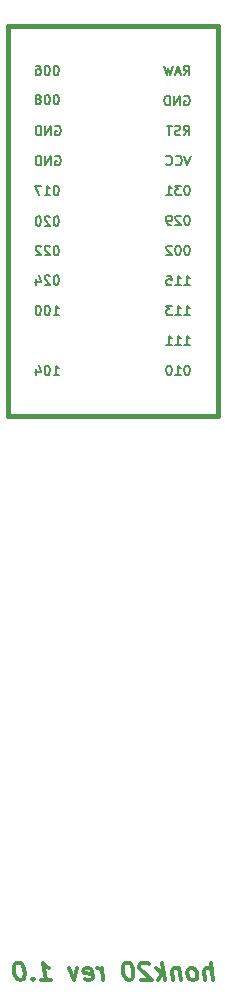
<source format=gbo>
G04 #@! TF.GenerationSoftware,KiCad,Pcbnew,(5.1.4)-1*
G04 #@! TF.CreationDate,2023-04-29T19:21:49-04:00*
G04 #@! TF.ProjectId,Rev 1,52657620-312e-46b6-9963-61645f706362,rev?*
G04 #@! TF.SameCoordinates,Original*
G04 #@! TF.FileFunction,Legend,Bot*
G04 #@! TF.FilePolarity,Positive*
%FSLAX46Y46*%
G04 Gerber Fmt 4.6, Leading zero omitted, Abs format (unit mm)*
G04 Created by KiCad (PCBNEW (5.1.4)-1) date 2023-04-29 19:21:49*
%MOMM*%
%LPD*%
G04 APERTURE LIST*
%ADD10C,0.300000*%
%ADD11C,0.381000*%
%ADD12C,0.150000*%
G04 APERTURE END LIST*
D10*
X126746250Y-111803571D02*
X126558750Y-110303571D01*
X126103392Y-111803571D02*
X126005178Y-111017857D01*
X126058750Y-110875000D01*
X126192678Y-110803571D01*
X126406964Y-110803571D01*
X126558750Y-110875000D01*
X126639107Y-110946428D01*
X125174821Y-111803571D02*
X125308750Y-111732142D01*
X125371250Y-111660714D01*
X125424821Y-111517857D01*
X125371250Y-111089285D01*
X125281964Y-110946428D01*
X125201607Y-110875000D01*
X125049821Y-110803571D01*
X124835535Y-110803571D01*
X124701607Y-110875000D01*
X124639107Y-110946428D01*
X124585535Y-111089285D01*
X124639107Y-111517857D01*
X124728392Y-111660714D01*
X124808750Y-111732142D01*
X124960535Y-111803571D01*
X125174821Y-111803571D01*
X123906964Y-110803571D02*
X124031964Y-111803571D01*
X123924821Y-110946428D02*
X123844464Y-110875000D01*
X123692678Y-110803571D01*
X123478392Y-110803571D01*
X123344464Y-110875000D01*
X123290892Y-111017857D01*
X123389107Y-111803571D01*
X122674821Y-111803571D02*
X122487321Y-110303571D01*
X122460535Y-111232142D02*
X122103392Y-111803571D01*
X121978392Y-110803571D02*
X122621250Y-111375000D01*
X121362321Y-110446428D02*
X121281964Y-110375000D01*
X121130178Y-110303571D01*
X120773035Y-110303571D01*
X120639107Y-110375000D01*
X120576607Y-110446428D01*
X120523035Y-110589285D01*
X120540892Y-110732142D01*
X120639107Y-110946428D01*
X121603392Y-111803571D01*
X120674821Y-111803571D01*
X119558750Y-110303571D02*
X119415892Y-110303571D01*
X119281964Y-110375000D01*
X119219464Y-110446428D01*
X119165892Y-110589285D01*
X119130178Y-110875000D01*
X119174821Y-111232142D01*
X119281964Y-111517857D01*
X119371250Y-111660714D01*
X119451607Y-111732142D01*
X119603392Y-111803571D01*
X119746250Y-111803571D01*
X119880178Y-111732142D01*
X119942678Y-111660714D01*
X119996250Y-111517857D01*
X120031964Y-111232142D01*
X119987321Y-110875000D01*
X119880178Y-110589285D01*
X119790892Y-110446428D01*
X119710535Y-110375000D01*
X119558750Y-110303571D01*
X117460535Y-111803571D02*
X117335535Y-110803571D01*
X117371250Y-111089285D02*
X117281964Y-110946428D01*
X117201607Y-110875000D01*
X117049821Y-110803571D01*
X116906964Y-110803571D01*
X115951607Y-111732142D02*
X116103392Y-111803571D01*
X116389107Y-111803571D01*
X116523035Y-111732142D01*
X116576607Y-111589285D01*
X116505178Y-111017857D01*
X116415892Y-110875000D01*
X116264107Y-110803571D01*
X115978392Y-110803571D01*
X115844464Y-110875000D01*
X115790892Y-111017857D01*
X115808750Y-111160714D01*
X116540892Y-111303571D01*
X115264107Y-110803571D02*
X115031964Y-111803571D01*
X114549821Y-110803571D01*
X112174821Y-111803571D02*
X113031964Y-111803571D01*
X112603392Y-111803571D02*
X112415892Y-110303571D01*
X112585535Y-110517857D01*
X112746250Y-110660714D01*
X112898035Y-110732142D01*
X111514107Y-111660714D02*
X111451607Y-111732142D01*
X111531964Y-111803571D01*
X111594464Y-111732142D01*
X111514107Y-111660714D01*
X111531964Y-111803571D01*
X110344464Y-110303571D02*
X110201607Y-110303571D01*
X110067678Y-110375000D01*
X110005178Y-110446428D01*
X109951607Y-110589285D01*
X109915892Y-110875000D01*
X109960535Y-111232142D01*
X110067678Y-111517857D01*
X110156964Y-111660714D01*
X110237321Y-111732142D01*
X110389107Y-111803571D01*
X110531964Y-111803571D01*
X110665892Y-111732142D01*
X110728392Y-111660714D01*
X110781964Y-111517857D01*
X110817678Y-111232142D01*
X110773035Y-110875000D01*
X110665892Y-110589285D01*
X110576607Y-110446428D01*
X110496250Y-110375000D01*
X110344464Y-110303571D01*
D11*
X127158750Y-64008000D02*
X127158750Y-30988000D01*
X109378750Y-64008000D02*
X127158750Y-64008000D01*
X109378750Y-30988000D02*
X109378750Y-64008000D01*
X127158750Y-30988000D02*
X109378750Y-30988000D01*
D12*
X124294845Y-40239904D02*
X124561511Y-39858952D01*
X124751988Y-40239904D02*
X124751988Y-39439904D01*
X124447226Y-39439904D01*
X124371035Y-39478000D01*
X124332940Y-39516095D01*
X124294845Y-39592285D01*
X124294845Y-39706571D01*
X124332940Y-39782761D01*
X124371035Y-39820857D01*
X124447226Y-39858952D01*
X124751988Y-39858952D01*
X123990083Y-40201809D02*
X123875797Y-40239904D01*
X123685321Y-40239904D01*
X123609130Y-40201809D01*
X123571035Y-40163714D01*
X123532940Y-40087523D01*
X123532940Y-40011333D01*
X123571035Y-39935142D01*
X123609130Y-39897047D01*
X123685321Y-39858952D01*
X123837702Y-39820857D01*
X123913892Y-39782761D01*
X123951988Y-39744666D01*
X123990083Y-39668476D01*
X123990083Y-39592285D01*
X123951988Y-39516095D01*
X123913892Y-39478000D01*
X123837702Y-39439904D01*
X123647226Y-39439904D01*
X123532940Y-39478000D01*
X123304369Y-39439904D02*
X122847226Y-39439904D01*
X123075797Y-40239904D02*
X123075797Y-39439904D01*
X113531560Y-34359904D02*
X113455369Y-34359904D01*
X113379179Y-34398000D01*
X113341083Y-34436095D01*
X113302988Y-34512285D01*
X113264893Y-34664666D01*
X113264893Y-34855142D01*
X113302988Y-35007523D01*
X113341083Y-35083714D01*
X113379179Y-35121809D01*
X113455369Y-35159904D01*
X113531560Y-35159904D01*
X113607750Y-35121809D01*
X113645845Y-35083714D01*
X113683940Y-35007523D01*
X113722036Y-34855142D01*
X113722036Y-34664666D01*
X113683940Y-34512285D01*
X113645845Y-34436095D01*
X113607750Y-34398000D01*
X113531560Y-34359904D01*
X112769655Y-34359904D02*
X112693464Y-34359904D01*
X112617274Y-34398000D01*
X112579179Y-34436095D01*
X112541083Y-34512285D01*
X112502988Y-34664666D01*
X112502988Y-34855142D01*
X112541083Y-35007523D01*
X112579179Y-35083714D01*
X112617274Y-35121809D01*
X112693464Y-35159904D01*
X112769655Y-35159904D01*
X112845845Y-35121809D01*
X112883940Y-35083714D01*
X112922036Y-35007523D01*
X112960131Y-34855142D01*
X112960131Y-34664666D01*
X112922036Y-34512285D01*
X112883940Y-34436095D01*
X112845845Y-34398000D01*
X112769655Y-34359904D01*
X111817274Y-34359904D02*
X111969655Y-34359904D01*
X112045845Y-34398000D01*
X112083940Y-34436095D01*
X112160131Y-34550380D01*
X112198226Y-34702761D01*
X112198226Y-35007523D01*
X112160131Y-35083714D01*
X112122036Y-35121809D01*
X112045845Y-35159904D01*
X111893464Y-35159904D01*
X111817274Y-35121809D01*
X111779179Y-35083714D01*
X111741083Y-35007523D01*
X111741083Y-34817047D01*
X111779179Y-34740857D01*
X111817274Y-34702761D01*
X111893464Y-34664666D01*
X112045845Y-34664666D01*
X112122036Y-34702761D01*
X112160131Y-34740857D01*
X112198226Y-34817047D01*
X124605941Y-59759904D02*
X124529750Y-59759904D01*
X124453560Y-59798000D01*
X124415464Y-59836095D01*
X124377369Y-59912285D01*
X124339274Y-60064666D01*
X124339274Y-60255142D01*
X124377369Y-60407523D01*
X124415464Y-60483714D01*
X124453560Y-60521809D01*
X124529750Y-60559904D01*
X124605941Y-60559904D01*
X124682131Y-60521809D01*
X124720226Y-60483714D01*
X124758321Y-60407523D01*
X124796417Y-60255142D01*
X124796417Y-60064666D01*
X124758321Y-59912285D01*
X124720226Y-59836095D01*
X124682131Y-59798000D01*
X124605941Y-59759904D01*
X123577369Y-60559904D02*
X124034512Y-60559904D01*
X123805941Y-60559904D02*
X123805941Y-59759904D01*
X123882131Y-59874190D01*
X123958321Y-59950380D01*
X124034512Y-59988476D01*
X123082131Y-59759904D02*
X123005941Y-59759904D01*
X122929750Y-59798000D01*
X122891655Y-59836095D01*
X122853560Y-59912285D01*
X122815464Y-60064666D01*
X122815464Y-60255142D01*
X122853560Y-60407523D01*
X122891655Y-60483714D01*
X122929750Y-60521809D01*
X123005941Y-60559904D01*
X123082131Y-60559904D01*
X123158321Y-60521809D01*
X123196417Y-60483714D01*
X123234512Y-60407523D01*
X123272607Y-60255142D01*
X123272607Y-60064666D01*
X123234512Y-59912285D01*
X123196417Y-59836095D01*
X123158321Y-59798000D01*
X123082131Y-59759904D01*
X124339274Y-52939904D02*
X124796417Y-52939904D01*
X124567845Y-52939904D02*
X124567845Y-52139904D01*
X124644036Y-52254190D01*
X124720226Y-52330380D01*
X124796417Y-52368476D01*
X123577369Y-52939904D02*
X124034512Y-52939904D01*
X123805941Y-52939904D02*
X123805941Y-52139904D01*
X123882131Y-52254190D01*
X123958321Y-52330380D01*
X124034512Y-52368476D01*
X122853560Y-52139904D02*
X123234512Y-52139904D01*
X123272607Y-52520857D01*
X123234512Y-52482761D01*
X123158321Y-52444666D01*
X122967845Y-52444666D01*
X122891655Y-52482761D01*
X122853560Y-52520857D01*
X122815464Y-52597047D01*
X122815464Y-52787523D01*
X122853560Y-52863714D01*
X122891655Y-52901809D01*
X122967845Y-52939904D01*
X123158321Y-52939904D01*
X123234512Y-52901809D01*
X123272607Y-52863714D01*
X124605941Y-49599904D02*
X124529750Y-49599904D01*
X124453560Y-49638000D01*
X124415464Y-49676095D01*
X124377369Y-49752285D01*
X124339274Y-49904666D01*
X124339274Y-50095142D01*
X124377369Y-50247523D01*
X124415464Y-50323714D01*
X124453560Y-50361809D01*
X124529750Y-50399904D01*
X124605941Y-50399904D01*
X124682131Y-50361809D01*
X124720226Y-50323714D01*
X124758321Y-50247523D01*
X124796417Y-50095142D01*
X124796417Y-49904666D01*
X124758321Y-49752285D01*
X124720226Y-49676095D01*
X124682131Y-49638000D01*
X124605941Y-49599904D01*
X123844036Y-49599904D02*
X123767845Y-49599904D01*
X123691655Y-49638000D01*
X123653560Y-49676095D01*
X123615464Y-49752285D01*
X123577369Y-49904666D01*
X123577369Y-50095142D01*
X123615464Y-50247523D01*
X123653560Y-50323714D01*
X123691655Y-50361809D01*
X123767845Y-50399904D01*
X123844036Y-50399904D01*
X123920226Y-50361809D01*
X123958321Y-50323714D01*
X123996417Y-50247523D01*
X124034512Y-50095142D01*
X124034512Y-49904666D01*
X123996417Y-49752285D01*
X123958321Y-49676095D01*
X123920226Y-49638000D01*
X123844036Y-49599904D01*
X123272607Y-49676095D02*
X123234512Y-49638000D01*
X123158321Y-49599904D01*
X122967845Y-49599904D01*
X122891655Y-49638000D01*
X122853560Y-49676095D01*
X122815464Y-49752285D01*
X122815464Y-49828476D01*
X122853560Y-49942761D01*
X123310702Y-50399904D01*
X122815464Y-50399904D01*
X124605941Y-47059904D02*
X124529750Y-47059904D01*
X124453560Y-47098000D01*
X124415464Y-47136095D01*
X124377369Y-47212285D01*
X124339274Y-47364666D01*
X124339274Y-47555142D01*
X124377369Y-47707523D01*
X124415464Y-47783714D01*
X124453560Y-47821809D01*
X124529750Y-47859904D01*
X124605941Y-47859904D01*
X124682131Y-47821809D01*
X124720226Y-47783714D01*
X124758321Y-47707523D01*
X124796417Y-47555142D01*
X124796417Y-47364666D01*
X124758321Y-47212285D01*
X124720226Y-47136095D01*
X124682131Y-47098000D01*
X124605941Y-47059904D01*
X124034512Y-47136095D02*
X123996417Y-47098000D01*
X123920226Y-47059904D01*
X123729750Y-47059904D01*
X123653560Y-47098000D01*
X123615464Y-47136095D01*
X123577369Y-47212285D01*
X123577369Y-47288476D01*
X123615464Y-47402761D01*
X124072607Y-47859904D01*
X123577369Y-47859904D01*
X123196417Y-47859904D02*
X123044036Y-47859904D01*
X122967845Y-47821809D01*
X122929750Y-47783714D01*
X122853560Y-47669428D01*
X122815464Y-47517047D01*
X122815464Y-47212285D01*
X122853560Y-47136095D01*
X122891655Y-47098000D01*
X122967845Y-47059904D01*
X123120226Y-47059904D01*
X123196417Y-47098000D01*
X123234512Y-47136095D01*
X123272607Y-47212285D01*
X123272607Y-47402761D01*
X123234512Y-47478952D01*
X123196417Y-47517047D01*
X123120226Y-47555142D01*
X122967845Y-47555142D01*
X122891655Y-47517047D01*
X122853560Y-47478952D01*
X122815464Y-47402761D01*
X124294845Y-35159904D02*
X124561512Y-34778952D01*
X124751988Y-35159904D02*
X124751988Y-34359904D01*
X124447226Y-34359904D01*
X124371036Y-34398000D01*
X124332941Y-34436095D01*
X124294845Y-34512285D01*
X124294845Y-34626571D01*
X124332941Y-34702761D01*
X124371036Y-34740857D01*
X124447226Y-34778952D01*
X124751988Y-34778952D01*
X123990084Y-34931333D02*
X123609131Y-34931333D01*
X124066274Y-35159904D02*
X123799607Y-34359904D01*
X123532941Y-35159904D01*
X123342465Y-34359904D02*
X123151988Y-35159904D01*
X122999607Y-34588476D01*
X122847226Y-35159904D01*
X122656750Y-34359904D01*
X124332940Y-36938000D02*
X124409131Y-36899904D01*
X124523417Y-36899904D01*
X124637702Y-36938000D01*
X124713893Y-37014190D01*
X124751988Y-37090380D01*
X124790083Y-37242761D01*
X124790083Y-37357047D01*
X124751988Y-37509428D01*
X124713893Y-37585619D01*
X124637702Y-37661809D01*
X124523417Y-37699904D01*
X124447226Y-37699904D01*
X124332940Y-37661809D01*
X124294845Y-37623714D01*
X124294845Y-37357047D01*
X124447226Y-37357047D01*
X123951988Y-37699904D02*
X123951988Y-36899904D01*
X123494845Y-37699904D01*
X123494845Y-36899904D01*
X123113893Y-37699904D02*
X123113893Y-36899904D01*
X122923417Y-36899904D01*
X122809131Y-36938000D01*
X122732940Y-37014190D01*
X122694845Y-37090380D01*
X122656750Y-37242761D01*
X122656750Y-37357047D01*
X122694845Y-37509428D01*
X122732940Y-37585619D01*
X122809131Y-37661809D01*
X122923417Y-37699904D01*
X123113893Y-37699904D01*
X124872607Y-41979904D02*
X124605941Y-42779904D01*
X124339274Y-41979904D01*
X123615464Y-42703714D02*
X123653560Y-42741809D01*
X123767845Y-42779904D01*
X123844036Y-42779904D01*
X123958321Y-42741809D01*
X124034512Y-42665619D01*
X124072607Y-42589428D01*
X124110702Y-42437047D01*
X124110702Y-42322761D01*
X124072607Y-42170380D01*
X124034512Y-42094190D01*
X123958321Y-42018000D01*
X123844036Y-41979904D01*
X123767845Y-41979904D01*
X123653560Y-42018000D01*
X123615464Y-42056095D01*
X122815464Y-42703714D02*
X122853560Y-42741809D01*
X122967845Y-42779904D01*
X123044036Y-42779904D01*
X123158321Y-42741809D01*
X123234512Y-42665619D01*
X123272607Y-42589428D01*
X123310702Y-42437047D01*
X123310702Y-42322761D01*
X123272607Y-42170380D01*
X123234512Y-42094190D01*
X123158321Y-42018000D01*
X123044036Y-41979904D01*
X122967845Y-41979904D01*
X122853560Y-42018000D01*
X122815464Y-42056095D01*
X124605941Y-44519904D02*
X124529750Y-44519904D01*
X124453560Y-44558000D01*
X124415464Y-44596095D01*
X124377369Y-44672285D01*
X124339274Y-44824666D01*
X124339274Y-45015142D01*
X124377369Y-45167523D01*
X124415464Y-45243714D01*
X124453560Y-45281809D01*
X124529750Y-45319904D01*
X124605941Y-45319904D01*
X124682131Y-45281809D01*
X124720226Y-45243714D01*
X124758321Y-45167523D01*
X124796417Y-45015142D01*
X124796417Y-44824666D01*
X124758321Y-44672285D01*
X124720226Y-44596095D01*
X124682131Y-44558000D01*
X124605941Y-44519904D01*
X124072607Y-44519904D02*
X123577369Y-44519904D01*
X123844036Y-44824666D01*
X123729750Y-44824666D01*
X123653560Y-44862761D01*
X123615464Y-44900857D01*
X123577369Y-44977047D01*
X123577369Y-45167523D01*
X123615464Y-45243714D01*
X123653560Y-45281809D01*
X123729750Y-45319904D01*
X123958321Y-45319904D01*
X124034512Y-45281809D01*
X124072607Y-45243714D01*
X122815464Y-45319904D02*
X123272607Y-45319904D01*
X123044036Y-45319904D02*
X123044036Y-44519904D01*
X123120226Y-44634190D01*
X123196417Y-44710380D01*
X123272607Y-44748476D01*
X124339274Y-55479904D02*
X124796417Y-55479904D01*
X124567845Y-55479904D02*
X124567845Y-54679904D01*
X124644036Y-54794190D01*
X124720226Y-54870380D01*
X124796417Y-54908476D01*
X123577369Y-55479904D02*
X124034512Y-55479904D01*
X123805941Y-55479904D02*
X123805941Y-54679904D01*
X123882131Y-54794190D01*
X123958321Y-54870380D01*
X124034512Y-54908476D01*
X123310702Y-54679904D02*
X122815464Y-54679904D01*
X123082131Y-54984666D01*
X122967845Y-54984666D01*
X122891655Y-55022761D01*
X122853560Y-55060857D01*
X122815464Y-55137047D01*
X122815464Y-55327523D01*
X122853560Y-55403714D01*
X122891655Y-55441809D01*
X122967845Y-55479904D01*
X123196417Y-55479904D01*
X123272607Y-55441809D01*
X123310702Y-55403714D01*
X124339274Y-58019904D02*
X124796417Y-58019904D01*
X124567845Y-58019904D02*
X124567845Y-57219904D01*
X124644036Y-57334190D01*
X124720226Y-57410380D01*
X124796417Y-57448476D01*
X123577369Y-58019904D02*
X124034512Y-58019904D01*
X123805941Y-58019904D02*
X123805941Y-57219904D01*
X123882131Y-57334190D01*
X123958321Y-57410380D01*
X124034512Y-57448476D01*
X122815464Y-58019904D02*
X123272607Y-58019904D01*
X123044036Y-58019904D02*
X123044036Y-57219904D01*
X123120226Y-57334190D01*
X123196417Y-57410380D01*
X123272607Y-57448476D01*
X113264893Y-60559904D02*
X113722036Y-60559904D01*
X113493464Y-60559904D02*
X113493464Y-59759904D01*
X113569655Y-59874190D01*
X113645845Y-59950380D01*
X113722036Y-59988476D01*
X112769655Y-59759904D02*
X112693464Y-59759904D01*
X112617274Y-59798000D01*
X112579179Y-59836095D01*
X112541083Y-59912285D01*
X112502988Y-60064666D01*
X112502988Y-60255142D01*
X112541083Y-60407523D01*
X112579179Y-60483714D01*
X112617274Y-60521809D01*
X112693464Y-60559904D01*
X112769655Y-60559904D01*
X112845845Y-60521809D01*
X112883940Y-60483714D01*
X112922036Y-60407523D01*
X112960131Y-60255142D01*
X112960131Y-60064666D01*
X112922036Y-59912285D01*
X112883940Y-59836095D01*
X112845845Y-59798000D01*
X112769655Y-59759904D01*
X111817274Y-60026571D02*
X111817274Y-60559904D01*
X112007750Y-59721809D02*
X112198226Y-60293238D01*
X111702988Y-60293238D01*
X113264893Y-55479904D02*
X113722036Y-55479904D01*
X113493464Y-55479904D02*
X113493464Y-54679904D01*
X113569655Y-54794190D01*
X113645845Y-54870380D01*
X113722036Y-54908476D01*
X112769655Y-54679904D02*
X112693464Y-54679904D01*
X112617274Y-54718000D01*
X112579179Y-54756095D01*
X112541083Y-54832285D01*
X112502988Y-54984666D01*
X112502988Y-55175142D01*
X112541083Y-55327523D01*
X112579179Y-55403714D01*
X112617274Y-55441809D01*
X112693464Y-55479904D01*
X112769655Y-55479904D01*
X112845845Y-55441809D01*
X112883940Y-55403714D01*
X112922036Y-55327523D01*
X112960131Y-55175142D01*
X112960131Y-54984666D01*
X112922036Y-54832285D01*
X112883940Y-54756095D01*
X112845845Y-54718000D01*
X112769655Y-54679904D01*
X112007750Y-54679904D02*
X111931560Y-54679904D01*
X111855369Y-54718000D01*
X111817274Y-54756095D01*
X111779179Y-54832285D01*
X111741083Y-54984666D01*
X111741083Y-55175142D01*
X111779179Y-55327523D01*
X111817274Y-55403714D01*
X111855369Y-55441809D01*
X111931560Y-55479904D01*
X112007750Y-55479904D01*
X112083940Y-55441809D01*
X112122036Y-55403714D01*
X112160131Y-55327523D01*
X112198226Y-55175142D01*
X112198226Y-54984666D01*
X112160131Y-54832285D01*
X112122036Y-54756095D01*
X112083940Y-54718000D01*
X112007750Y-54679904D01*
X113531560Y-52129904D02*
X113455369Y-52129904D01*
X113379179Y-52168000D01*
X113341083Y-52206095D01*
X113302988Y-52282285D01*
X113264893Y-52434666D01*
X113264893Y-52625142D01*
X113302988Y-52777523D01*
X113341083Y-52853714D01*
X113379179Y-52891809D01*
X113455369Y-52929904D01*
X113531560Y-52929904D01*
X113607750Y-52891809D01*
X113645845Y-52853714D01*
X113683940Y-52777523D01*
X113722036Y-52625142D01*
X113722036Y-52434666D01*
X113683940Y-52282285D01*
X113645845Y-52206095D01*
X113607750Y-52168000D01*
X113531560Y-52129904D01*
X112960131Y-52206095D02*
X112922036Y-52168000D01*
X112845845Y-52129904D01*
X112655369Y-52129904D01*
X112579179Y-52168000D01*
X112541083Y-52206095D01*
X112502988Y-52282285D01*
X112502988Y-52358476D01*
X112541083Y-52472761D01*
X112998226Y-52929904D01*
X112502988Y-52929904D01*
X111817274Y-52396571D02*
X111817274Y-52929904D01*
X112007750Y-52091809D02*
X112198226Y-52663238D01*
X111702988Y-52663238D01*
X113531560Y-49629904D02*
X113455369Y-49629904D01*
X113379179Y-49668000D01*
X113341083Y-49706095D01*
X113302988Y-49782285D01*
X113264893Y-49934666D01*
X113264893Y-50125142D01*
X113302988Y-50277523D01*
X113341083Y-50353714D01*
X113379179Y-50391809D01*
X113455369Y-50429904D01*
X113531560Y-50429904D01*
X113607750Y-50391809D01*
X113645845Y-50353714D01*
X113683940Y-50277523D01*
X113722036Y-50125142D01*
X113722036Y-49934666D01*
X113683940Y-49782285D01*
X113645845Y-49706095D01*
X113607750Y-49668000D01*
X113531560Y-49629904D01*
X112960131Y-49706095D02*
X112922036Y-49668000D01*
X112845845Y-49629904D01*
X112655369Y-49629904D01*
X112579179Y-49668000D01*
X112541083Y-49706095D01*
X112502988Y-49782285D01*
X112502988Y-49858476D01*
X112541083Y-49972761D01*
X112998226Y-50429904D01*
X112502988Y-50429904D01*
X112198226Y-49706095D02*
X112160131Y-49668000D01*
X112083940Y-49629904D01*
X111893464Y-49629904D01*
X111817274Y-49668000D01*
X111779179Y-49706095D01*
X111741083Y-49782285D01*
X111741083Y-49858476D01*
X111779179Y-49972761D01*
X112236321Y-50429904D01*
X111741083Y-50429904D01*
X113417273Y-39478000D02*
X113493464Y-39439904D01*
X113607750Y-39439904D01*
X113722035Y-39478000D01*
X113798226Y-39554190D01*
X113836321Y-39630380D01*
X113874416Y-39782761D01*
X113874416Y-39897047D01*
X113836321Y-40049428D01*
X113798226Y-40125619D01*
X113722035Y-40201809D01*
X113607750Y-40239904D01*
X113531559Y-40239904D01*
X113417273Y-40201809D01*
X113379178Y-40163714D01*
X113379178Y-39897047D01*
X113531559Y-39897047D01*
X113036321Y-40239904D02*
X113036321Y-39439904D01*
X112579178Y-40239904D01*
X112579178Y-39439904D01*
X112198226Y-40239904D02*
X112198226Y-39439904D01*
X112007750Y-39439904D01*
X111893464Y-39478000D01*
X111817273Y-39554190D01*
X111779178Y-39630380D01*
X111741083Y-39782761D01*
X111741083Y-39897047D01*
X111779178Y-40049428D01*
X111817273Y-40125619D01*
X111893464Y-40201809D01*
X112007750Y-40239904D01*
X112198226Y-40239904D01*
X113417273Y-42018000D02*
X113493464Y-41979904D01*
X113607750Y-41979904D01*
X113722035Y-42018000D01*
X113798226Y-42094190D01*
X113836321Y-42170380D01*
X113874416Y-42322761D01*
X113874416Y-42437047D01*
X113836321Y-42589428D01*
X113798226Y-42665619D01*
X113722035Y-42741809D01*
X113607750Y-42779904D01*
X113531559Y-42779904D01*
X113417273Y-42741809D01*
X113379178Y-42703714D01*
X113379178Y-42437047D01*
X113531559Y-42437047D01*
X113036321Y-42779904D02*
X113036321Y-41979904D01*
X112579178Y-42779904D01*
X112579178Y-41979904D01*
X112198226Y-42779904D02*
X112198226Y-41979904D01*
X112007750Y-41979904D01*
X111893464Y-42018000D01*
X111817273Y-42094190D01*
X111779178Y-42170380D01*
X111741083Y-42322761D01*
X111741083Y-42437047D01*
X111779178Y-42589428D01*
X111817273Y-42665619D01*
X111893464Y-42741809D01*
X112007750Y-42779904D01*
X112198226Y-42779904D01*
X113531560Y-44519904D02*
X113455369Y-44519904D01*
X113379179Y-44558000D01*
X113341083Y-44596095D01*
X113302988Y-44672285D01*
X113264893Y-44824666D01*
X113264893Y-45015142D01*
X113302988Y-45167523D01*
X113341083Y-45243714D01*
X113379179Y-45281809D01*
X113455369Y-45319904D01*
X113531560Y-45319904D01*
X113607750Y-45281809D01*
X113645845Y-45243714D01*
X113683940Y-45167523D01*
X113722036Y-45015142D01*
X113722036Y-44824666D01*
X113683940Y-44672285D01*
X113645845Y-44596095D01*
X113607750Y-44558000D01*
X113531560Y-44519904D01*
X112502988Y-45319904D02*
X112960131Y-45319904D01*
X112731560Y-45319904D02*
X112731560Y-44519904D01*
X112807750Y-44634190D01*
X112883940Y-44710380D01*
X112960131Y-44748476D01*
X112236321Y-44519904D02*
X111702988Y-44519904D01*
X112045845Y-45319904D01*
X113531560Y-47129904D02*
X113455369Y-47129904D01*
X113379179Y-47168000D01*
X113341083Y-47206095D01*
X113302988Y-47282285D01*
X113264893Y-47434666D01*
X113264893Y-47625142D01*
X113302988Y-47777523D01*
X113341083Y-47853714D01*
X113379179Y-47891809D01*
X113455369Y-47929904D01*
X113531560Y-47929904D01*
X113607750Y-47891809D01*
X113645845Y-47853714D01*
X113683940Y-47777523D01*
X113722036Y-47625142D01*
X113722036Y-47434666D01*
X113683940Y-47282285D01*
X113645845Y-47206095D01*
X113607750Y-47168000D01*
X113531560Y-47129904D01*
X112960131Y-47206095D02*
X112922036Y-47168000D01*
X112845845Y-47129904D01*
X112655369Y-47129904D01*
X112579179Y-47168000D01*
X112541083Y-47206095D01*
X112502988Y-47282285D01*
X112502988Y-47358476D01*
X112541083Y-47472761D01*
X112998226Y-47929904D01*
X112502988Y-47929904D01*
X112007750Y-47129904D02*
X111931560Y-47129904D01*
X111855369Y-47168000D01*
X111817274Y-47206095D01*
X111779179Y-47282285D01*
X111741083Y-47434666D01*
X111741083Y-47625142D01*
X111779179Y-47777523D01*
X111817274Y-47853714D01*
X111855369Y-47891809D01*
X111931560Y-47929904D01*
X112007750Y-47929904D01*
X112083940Y-47891809D01*
X112122036Y-47853714D01*
X112160131Y-47777523D01*
X112198226Y-47625142D01*
X112198226Y-47434666D01*
X112160131Y-47282285D01*
X112122036Y-47206095D01*
X112083940Y-47168000D01*
X112007750Y-47129904D01*
X113531560Y-36829904D02*
X113455369Y-36829904D01*
X113379179Y-36868000D01*
X113341083Y-36906095D01*
X113302988Y-36982285D01*
X113264893Y-37134666D01*
X113264893Y-37325142D01*
X113302988Y-37477523D01*
X113341083Y-37553714D01*
X113379179Y-37591809D01*
X113455369Y-37629904D01*
X113531560Y-37629904D01*
X113607750Y-37591809D01*
X113645845Y-37553714D01*
X113683940Y-37477523D01*
X113722036Y-37325142D01*
X113722036Y-37134666D01*
X113683940Y-36982285D01*
X113645845Y-36906095D01*
X113607750Y-36868000D01*
X113531560Y-36829904D01*
X112769655Y-36829904D02*
X112693464Y-36829904D01*
X112617274Y-36868000D01*
X112579179Y-36906095D01*
X112541083Y-36982285D01*
X112502988Y-37134666D01*
X112502988Y-37325142D01*
X112541083Y-37477523D01*
X112579179Y-37553714D01*
X112617274Y-37591809D01*
X112693464Y-37629904D01*
X112769655Y-37629904D01*
X112845845Y-37591809D01*
X112883940Y-37553714D01*
X112922036Y-37477523D01*
X112960131Y-37325142D01*
X112960131Y-37134666D01*
X112922036Y-36982285D01*
X112883940Y-36906095D01*
X112845845Y-36868000D01*
X112769655Y-36829904D01*
X112045845Y-37172761D02*
X112122036Y-37134666D01*
X112160131Y-37096571D01*
X112198226Y-37020380D01*
X112198226Y-36982285D01*
X112160131Y-36906095D01*
X112122036Y-36868000D01*
X112045845Y-36829904D01*
X111893464Y-36829904D01*
X111817274Y-36868000D01*
X111779179Y-36906095D01*
X111741083Y-36982285D01*
X111741083Y-37020380D01*
X111779179Y-37096571D01*
X111817274Y-37134666D01*
X111893464Y-37172761D01*
X112045845Y-37172761D01*
X112122036Y-37210857D01*
X112160131Y-37248952D01*
X112198226Y-37325142D01*
X112198226Y-37477523D01*
X112160131Y-37553714D01*
X112122036Y-37591809D01*
X112045845Y-37629904D01*
X111893464Y-37629904D01*
X111817274Y-37591809D01*
X111779179Y-37553714D01*
X111741083Y-37477523D01*
X111741083Y-37325142D01*
X111779179Y-37248952D01*
X111817274Y-37210857D01*
X111893464Y-37172761D01*
M02*

</source>
